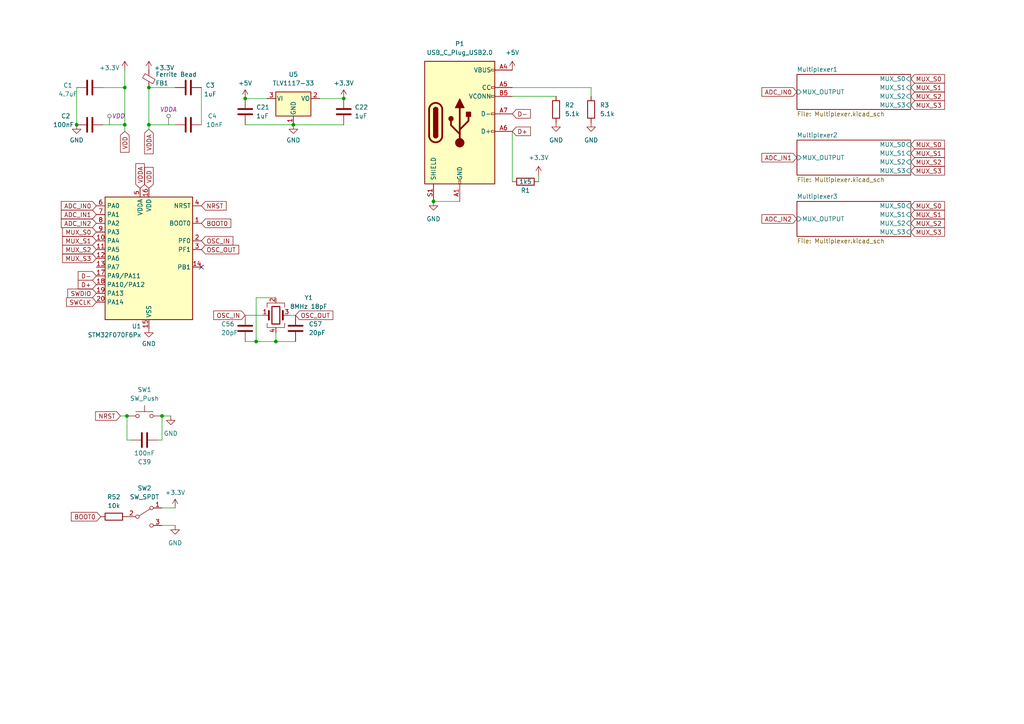
<source format=kicad_sch>
(kicad_sch (version 20230121) (generator eeschema)
  (paper "A4")
  (lib_symbols
    (symbol "Connector:USB_C_Plug_USB2.0" (pin_names (offset 1.016))
      (property "Reference" "P" (at -10.16 19.05 0))
      (property "Value" "USB_C_Plug_USB2.0" (at 12.7 19.05 0))
      (symbol "USB_C_Plug_USB2.0_0_0"
        (rectangle (start -0.254 -17.78) (end 0.254 -16.764))
        (rectangle (start 10.16 -2.286) (end 9.144 -2.794))
        (rectangle (start 10.16 2.794) (end 9.144 2.286))
        (rectangle (start 10.16 7.874) (end 9.144 7.366))
        (rectangle (start 10.16 10.414) (end 9.144 9.906))
        (rectangle (start 10.16 15.494) (end 9.144 14.986))
      )
      (symbol "USB_C_Plug_USB2.0_0_1"
        (rectangle (start -10.16 17.78) (end 10.16 -17.78) (stroke (width 0.254)) (fill (type background)))
        (arc (start -8.89 -3.81) (mid -6.985 -5.7067) (end -5.08 -3.81) (stroke (width 0.508)))
        (arc (start -7.62 -3.81) (mid -6.985 -4.4423) (end -6.35 -3.81) (stroke (width 0.254)))
        (arc (start -7.62 -3.81) (mid -6.985 -4.4423) (end -6.35 -3.81) (stroke (width 0.254)) (fill (type outline)))
        (rectangle (start -7.62 -3.81) (end -6.35 3.81) (stroke (width 0.254)) (fill (type outline)))
        (arc (start -6.35 3.81) (mid -6.985 4.4423) (end -7.62 3.81) (stroke (width 0.254)))
        (arc (start -6.35 3.81) (mid -6.985 4.4423) (end -7.62 3.81) (stroke (width 0.254)) (fill (type outline)))
        (arc (start -5.08 3.81) (mid -6.985 5.7067) (end -8.89 3.81) (stroke (width 0.508)))
        (circle (center -2.54 1.143) (radius 0.635) (stroke (width 0.254)) (fill (type outline)))
        (circle (center 0 -5.842) (radius 1.27) (fill (type outline)))
        (polyline (pts (xy -8.89 -3.81) (xy -8.89 3.81)) (stroke (width 0.508)))
        (polyline (pts (xy -5.08 3.81) (xy -5.08 -3.81)) (stroke (width 0.508)))
        (polyline (pts (xy 0 -5.842) (xy 0 4.318)) (stroke (width 0.508)))
        (polyline (pts (xy 0 -3.302) (xy -2.54 -0.762) (xy -2.54 0.508)) (stroke (width 0.508)))
        (polyline (pts (xy 0 -2.032) (xy 2.54 0.508) (xy 2.54 1.778)) (stroke (width 0.508)))
        (polyline (pts (xy -1.27 4.318) (xy 0 6.858) (xy 1.27 4.318) (xy -1.27 4.318)) (stroke (width 0.254)) (fill (type outline)))
        (rectangle (start 1.905 1.778) (end 3.175 3.048) (stroke (width 0.254)) (fill (type outline)))
      )
      (symbol "USB_C_Plug_USB2.0_1_1"
        (pin passive line (at 0 -22.86 90) (length 5.08) (name "GND") (number "A1"))
        (pin passive line (at 0 -22.86 90) (length 5.08) hide (name "GND") (number "A12"))
        (pin passive line (at 15.24 15.24 180) (length 5.08) (name "VBUS") (number "A4"))
        (pin bidirectional line (at 15.24 10.16 180) (length 5.08) (name "CC") (number "A5"))
        (pin bidirectional line (at 15.24 -2.54 180) (length 5.08) (name "D+") (number "A6"))
        (pin bidirectional line (at 15.24 2.54 180) (length 5.08) (name "D-") (number "A7"))
        (pin passive line (at 15.24 15.24 180) (length 5.08) hide (name "VBUS") (number "A9"))
        (pin passive line (at 0 -22.86 90) (length 5.08) hide (name "GND") (number "B1"))
        (pin passive line (at 0 -22.86 90) (length 5.08) hide (name "GND") (number "B12"))
        (pin passive line (at 15.24 15.24 180) (length 5.08) hide (name "VBUS") (number "B4"))
        (pin bidirectional line (at 15.24 7.62 180) (length 5.08) (name "VCONN") (number "B5"))
        (pin passive line (at 15.24 15.24 180) (length 5.08) hide (name "VBUS") (number "B9"))
        (pin passive line (at -7.62 -22.86 90) (length 5.08) (name "SHIELD") (number "S1"))
      )
    )
    (symbol "Device:C" (pin_numbers hide) (pin_names (offset 0.254))
      (property "Reference" "C" (at 0.635 2.54 0))
      (property "Value" "C" (at 0.635 -2.54 0))
      (symbol "C_0_1"
        (polyline (pts (xy -2.032 -0.762) (xy 2.032 -0.762)) (stroke (width 0.508)))
        (polyline (pts (xy -2.032 0.762) (xy 2.032 0.762)) (stroke (width 0.508)))
      )
      (symbol "C_1_1"
        (pin passive line (at 0 3.81 270) (length 2.794) (name "~") (number "1"))
        (pin passive line (at 0 -3.81 90) (length 2.794) (name "~") (number "2"))
      )
    )
    (symbol "Device:Crystal_GND24" (pin_names (offset 1.016) hide)
      (property "Reference" "Y" (at 3.175 5.08 0))
      (property "Value" "Crystal_GND24" (at 3.175 3.175 0))
      (symbol "Crystal_GND24_0_1"
        (rectangle (start -1.143 2.54) (end 1.143 -2.54) (stroke (width 0.3048)))
        (polyline (pts (xy -2.54 0) (xy -2.032 0)))
        (polyline (pts (xy -2.032 -1.27) (xy -2.032 1.27)) (stroke (width 0.508)))
        (polyline (pts (xy 0 -3.81) (xy 0 -3.556)))
        (polyline (pts (xy 0 3.556) (xy 0 3.81)))
        (polyline (pts (xy 2.032 -1.27) (xy 2.032 1.27)) (stroke (width 0.508)))
        (polyline (pts (xy 2.032 0) (xy 2.54 0)))
        (polyline (pts (xy -2.54 -2.286) (xy -2.54 -3.556) (xy 2.54 -3.556) (xy 2.54 -2.286)))
        (polyline (pts (xy -2.54 2.286) (xy -2.54 3.556) (xy 2.54 3.556) (xy 2.54 2.286)))
      )
      (symbol "Crystal_GND24_1_1"
        (pin passive line (at -3.81 0 0) (length 1.27) (name "1") (number "1"))
        (pin passive line (at 0 5.08 270) (length 1.27) (name "2") (number "2"))
        (pin passive line (at 3.81 0 180) (length 1.27) (name "3") (number "3"))
        (pin passive line (at 0 -5.08 90) (length 1.27) (name "4") (number "4"))
      )
    )
    (symbol "Device:FerriteBead_Small" (pin_numbers hide) (pin_names (offset 0))
      (property "Reference" "FB" (at 1.905 1.27 0))
      (property "Value" "FerriteBead_Small" (at 1.905 -1.27 0))
      (symbol "FerriteBead_Small_0_1"
        (polyline (pts (xy 0 -1.27) (xy 0 -0.7874)))
        (polyline (pts (xy 0 0.889) (xy 0 1.2954)))
        (polyline (pts (xy -1.8288 0.2794) (xy -1.1176 1.4986) (xy 1.8288 -0.2032) (xy 1.1176 -1.4224) (xy -1.8288 0.2794)))
      )
      (symbol "FerriteBead_Small_1_1"
        (pin passive line (at 0 2.54 270) (length 1.27) (name "~") (number "1"))
        (pin passive line (at 0 -2.54 90) (length 1.27) (name "~") (number "2"))
      )
    )
    (symbol "Device:R" (pin_numbers hide) (pin_names (offset 0))
      (property "Reference" "R" (at 2.032 0 90))
      (property "Value" "R" (at 0 0 90))
      (symbol "R_0_1"
        (rectangle (start -1.016 -2.54) (end 1.016 2.54) (stroke (width 0.254)))
      )
      (symbol "R_1_1"
        (pin passive line (at 0 3.81 270) (length 1.27) (name "~") (number "1"))
        (pin passive line (at 0 -3.81 90) (length 1.27) (name "~") (number "2"))
      )
    )
    (symbol "MCU_ST_STM32F0:STM32F070F6Px"
      (property "Reference" "U" (at -12.7 19.05 0))
      (property "Value" "STM32F070F6Px" (at 5.08 19.05 0))
      (symbol "STM32F070F6Px_0_1"
        (rectangle (start -12.7 -17.78) (end 12.7 17.78) (stroke (width 0.254)) (fill (type background)))
      )
      (symbol "STM32F070F6Px_1_1"
        (pin input line (at -15.24 10.16 0) (length 2.54) (name "BOOT0") (number "1"))
        (pin bidirectional line (at 15.24 5.08 180) (length 2.54) (name "PA4") (number "10"))
        (pin bidirectional line (at 15.24 2.54 180) (length 2.54) (name "PA5") (number "11"))
        (pin bidirectional line (at 15.24 0 180) (length 2.54) (name "PA6") (number "12"))
        (pin bidirectional line (at 15.24 -2.54 180) (length 2.54) (name "PA7") (number "13"))
        (pin bidirectional line (at -15.24 -2.54 0) (length 2.54) (name "PB1") (number "14"))
        (pin power_in line (at 0 -20.32 90) (length 2.54) (name "VSS") (number "15"))
        (pin power_in line (at 0 20.32 270) (length 2.54) (name "VDD") (number "16"))
        (pin bidirectional line (at 15.24 -5.08 180) (length 2.54) (name "PA9/PA11") (number "17"))
        (pin bidirectional line (at 15.24 -7.62 180) (length 2.54) (name "PA10/PA12") (number "18"))
        (pin bidirectional line (at 15.24 -10.16 180) (length 2.54) (name "PA13") (number "19"))
        (pin bidirectional line (at -15.24 5.08 0) (length 2.54) (name "PF0") (number "2"))
        (pin bidirectional line (at 15.24 -12.7 180) (length 2.54) (name "PA14") (number "20"))
        (pin bidirectional line (at -15.24 2.54 0) (length 2.54) (name "PF1") (number "3"))
        (pin input line (at -15.24 15.24 0) (length 2.54) (name "NRST") (number "4"))
        (pin power_in line (at 2.54 20.32 270) (length 2.54) (name "VDDA") (number "5"))
        (pin bidirectional line (at 15.24 15.24 180) (length 2.54) (name "PA0") (number "6"))
        (pin bidirectional line (at 15.24 12.7 180) (length 2.54) (name "PA1") (number "7"))
        (pin bidirectional line (at 15.24 10.16 180) (length 2.54) (name "PA2") (number "8"))
        (pin bidirectional line (at 15.24 7.62 180) (length 2.54) (name "PA3") (number "9"))
      )
    )
    (symbol "Regulator_Linear:TLV1117-33" (pin_names (offset 0.254))
      (property "Reference" "U" (at -3.81 3.175 0))
      (property "Value" "TLV1117-33" (at 0 3.175 0))
      (symbol "TLV1117-33_0_1"
        (rectangle (start -5.08 -5.08) (end 5.08 1.905) (stroke (width 0.254)) (fill (type background)))
      )
      (symbol "TLV1117-33_1_1"
        (pin power_in line (at 0 -7.62 90) (length 2.54) (name "GND") (number "1"))
        (pin power_out line (at 7.62 0 180) (length 2.54) (name "VO") (number "2"))
        (pin power_in line (at -7.62 0 0) (length 2.54) (name "VI") (number "3"))
      )
    )
    (symbol "Switch:SW_Push" (pin_numbers hide) (pin_names (offset 1.016) hide)
      (property "Reference" "SW" (at 1.27 2.54 0))
      (property "Value" "SW_Push" (at 0 -1.524 0))
      (symbol "SW_Push_0_1"
        (circle (center -2.032 0) (radius 0.508))
        (polyline (pts (xy 0 1.27) (xy 0 3.048)))
        (polyline (pts (xy 2.54 1.27) (xy -2.54 1.27)))
        (circle (center 2.032 0) (radius 0.508))
        (pin passive line (at -5.08 0 0) (length 2.54) (name "1") (number "1"))
        (pin passive line (at 5.08 0 180) (length 2.54) (name "2") (number "2"))
      )
    )
    (symbol "Switch:SW_SPDT" (pin_names (offset 0) hide)
      (property "Reference" "SW" (at 0 4.318 0))
      (property "Value" "SW_SPDT" (at 0 -5.08 0))
      (symbol "SW_SPDT_0_0"
        (circle (center -2.032 0) (radius 0.508))
        (circle (center 2.032 -2.54) (radius 0.508))
      )
      (symbol "SW_SPDT_0_1"
        (polyline (pts (xy -1.524 0.254) (xy 1.651 2.286)))
        (circle (center 2.032 2.54) (radius 0.508))
      )
      (symbol "SW_SPDT_1_1"
        (pin passive line (at 5.08 2.54 180) (length 2.54) (name "A") (number "1"))
        (pin passive line (at -5.08 0 0) (length 2.54) (name "B") (number "2"))
        (pin passive line (at 5.08 -2.54 180) (length 2.54) (name "C") (number "3"))
      )
    )
    (symbol "power:+3.3V" (power) (pin_names (offset 0))
      (property "Value" "+3.3V" (at 0 3.556 0))
      (symbol "+3.3V_0_1"
        (polyline (pts (xy -0.762 1.27) (xy 0 2.54)))
        (polyline (pts (xy 0 0) (xy 0 2.54)))
        (polyline (pts (xy 0 2.54) (xy 0.762 1.27)))
      )
      (symbol "+3.3V_1_1"
        (pin power_in line (at 0 0 90) (length 0) hide (name "+3.3V") (number "1"))
      )
    )
    (symbol "power:+5V" (power) (pin_names (offset 0))
      (property "Value" "+5V" (at 0 3.556 0))
      (symbol "+5V_0_1"
        (polyline (pts (xy -0.762 1.27) (xy 0 2.54)))
        (polyline (pts (xy 0 0) (xy 0 2.54)))
        (polyline (pts (xy 0 2.54) (xy 0.762 1.27)))
      )
      (symbol "+5V_1_1"
        (pin power_in line (at 0 0 90) (length 0) hide (name "+5V") (number "1"))
      )
    )
    (symbol "power:GND" (power) (pin_names (offset 0))
      (property "Value" "GND" (at 0 -3.81 0))
      (symbol "GND_0_1"
        (polyline (pts (xy 0 0) (xy 0 -1.27) (xy 1.27 -1.27) (xy 0 -2.54) (xy -1.27 -1.27) (xy 0 -1.27)))
      )
      (symbol "GND_1_1"
        (pin power_in line (at 0 0 270) (length 0) hide (name "GND") (number "1"))
      )
    )
  )
  (junction (at 80.01 99.06))
  (junction (at 74.295 99.06))
  (junction (at 85.09 36.195))
  (junction (at 71.12 28.575))
  (junction (at 43.18 36.195))
  (junction (at 22.225 36.195))
  (junction (at 125.73 58.42))
  (junction (at 43.18 25.4))
  (junction (at 36.83 120.65))
  (junction (at 36.195 25.4))
  (junction (at 99.695 28.575))
  (junction (at 36.195 36.195))
  (junction (at 46.99 120.65))
  (no_connect (at 58.42 77.47))
  (wire (pts (xy 36.195 36.195) (xy 36.195 38.1)))
  (wire (pts (xy 80.01 99.06) (xy 74.295 99.06)))
  (wire (pts (xy 46.99 120.65) (xy 49.53 120.65)))
  (wire (pts (xy 83.82 91.44) (xy 85.725 91.44)))
  (wire (pts (xy 34.925 120.65) (xy 36.83 120.65)))
  (wire (pts (xy 29.845 25.4) (xy 36.195 25.4)))
  (wire (pts (xy 80.01 86.36) (xy 74.295 86.36)))
  (wire (pts (xy 74.295 99.06) (xy 71.12 99.06)))
  (wire (pts (xy 156.21 50.8) (xy 156.21 52.705)))
  (wire (pts (xy 38.1 127.635) (xy 36.83 127.635)))
  (wire (pts (xy 148.59 25.4) (xy 171.45 25.4)))
  (wire (pts (xy 74.295 86.36) (xy 74.295 99.06)))
  (wire (pts (xy 43.18 25.4) (xy 50.8 25.4)))
  (wire (pts (xy 36.195 20.32) (xy 36.195 25.4)))
  (wire (pts (xy 171.45 27.94) (xy 171.45 25.4)))
  (wire (pts (xy 71.12 36.195) (xy 85.09 36.195)))
  (wire (pts (xy 71.12 28.575) (xy 77.47 28.575)))
  (wire (pts (xy 45.72 127.635) (xy 46.99 127.635)))
  (wire (pts (xy 46.99 147.32) (xy 50.8 147.32)))
  (wire (pts (xy 125.73 58.42) (xy 133.35 58.42)))
  (wire (pts (xy 43.18 36.195) (xy 50.8 36.195)))
  (wire (pts (xy 36.195 36.195) (xy 29.845 36.195)))
  (wire (pts (xy 43.18 36.195) (xy 43.18 37.465)))
  (wire (pts (xy 85.09 36.195) (xy 99.695 36.195)))
  (wire (pts (xy 36.83 120.65) (xy 36.83 127.635)))
  (wire (pts (xy 76.2 91.44) (xy 71.12 91.44)))
  (wire (pts (xy 46.99 120.65) (xy 46.99 127.635)))
  (wire (pts (xy 46.99 152.4) (xy 50.8 152.4)))
  (wire (pts (xy 22.225 25.4) (xy 22.225 36.195)))
  (wire (pts (xy 43.18 25.4) (xy 43.18 36.195)))
  (wire (pts (xy 92.71 28.575) (xy 99.695 28.575)))
  (wire (pts (xy 148.59 27.94) (xy 161.29 27.94)))
  (wire (pts (xy 80.01 99.06) (xy 85.725 99.06)))
  (wire (pts (xy 148.59 38.1) (xy 148.59 52.705)))
  (wire (pts (xy 80.01 96.52) (xy 80.01 99.06)))
  (wire (pts (xy 36.195 25.4) (xy 36.195 36.195)))
  (wire (pts (xy 58.42 25.4) (xy 58.42 36.195)))
  (text "Planning on breaking out the SWCLK/SWDIO pins \nto just SMD pads and holding wires down to them\nin order to flash/debug" (at -51.435 90.17 0) (effects (font (size 1.27 1.27)) (justify left bottom)))
  (global_label "OSC_IN" (shape input) (at 58.42 69.85 0) (property "Intersheetrefs" "${INTERSHEET_REFS}" (effects hide)))
  (global_label "MUX_S2" (shape input) (at 264.16 64.77 0) (property "Intersheetrefs" "${INTERSHEET_REFS}" (effects hide)))
  (global_label "MUX_S3" (shape input) (at 264.16 49.53 0) (property "Intersheetrefs" "${INTERSHEET_REFS}" (effects hide)))
  (global_label "MUX_S0" (shape input) (at 264.16 41.91 0) (property "Intersheetrefs" "${INTERSHEET_REFS}" (effects hide)))
  (global_label "MUX_S3" (shape input) (at 264.16 67.31 0) (property "Intersheetrefs" "${INTERSHEET_REFS}" (effects hide)))
  (global_label "MUX_S3" (shape input) (at 264.16 30.48 0) (property "Intersheetrefs" "${INTERSHEET_REFS}" (effects hide)))
  (global_label "VDDA" (shape input) (at 40.64 54.61 90) (property "Intersheetrefs" "${INTERSHEET_REFS}" (effects hide)))
  (global_label "VDDA" (shape input) (at 43.18 37.465 270) (property "Intersheetrefs" "${INTERSHEET_REFS}" (effects hide)))
  (global_label "OSC_OUT" (shape input) (at 85.725 91.44 0) (property "Intersheetrefs" "${INTERSHEET_REFS}" (effects hide)))
  (global_label "MUX_S2" (shape input) (at 27.94 72.39 180) (property "Intersheetrefs" "${INTERSHEET_REFS}" (effects hide)))
  (global_label "MUX_S1" (shape input) (at 264.16 44.45 0) (property "Intersheetrefs" "${INTERSHEET_REFS}" (effects hide)))
  (global_label "SWDIO" (shape input) (at 27.94 85.09 180) (property "Intersheetrefs" "${INTERSHEET_REFS}" (effects hide)))
  (global_label "SWCLK" (shape input) (at 27.94 87.63 180) (property "Intersheetrefs" "${INTERSHEET_REFS}" (effects hide)))
  (global_label "BOOT0" (shape input) (at 58.42 64.77 0) (property "Intersheetrefs" "${INTERSHEET_REFS}" (effects hide)))
  (global_label "MUX_S2" (shape input) (at 264.16 46.99 0) (property "Intersheetrefs" "${INTERSHEET_REFS}" (effects hide)))
  (global_label "MUX_S0" (shape input) (at 264.16 59.69 0) (property "Intersheetrefs" "${INTERSHEET_REFS}" (effects hide)))
  (global_label "MUX_S0" (shape input) (at 264.16 22.86 0) (property "Intersheetrefs" "${INTERSHEET_REFS}" (effects hide)))
  (global_label "MUX_S1" (shape input) (at 27.94 69.85 180) (property "Intersheetrefs" "${INTERSHEET_REFS}" (effects hide)))
  (global_label "ADC_IN1" (shape input) (at 231.14 45.72 180) (property "Intersheetrefs" "${INTERSHEET_REFS}" (effects hide)))
  (global_label "NRST" (shape input) (at 58.42 59.69 0) (property "Intersheetrefs" "${INTERSHEET_REFS}" (effects hide)))
  (global_label "OSC_IN" (shape input) (at 71.12 91.44 180) (property "Intersheetrefs" "${INTERSHEET_REFS}" (effects hide)))
  (global_label "MUX_S1" (shape input) (at 264.16 25.4 0) (property "Intersheetrefs" "${INTERSHEET_REFS}" (effects hide)))
  (global_label "ADC_IN0" (shape input) (at 27.94 59.69 180) (property "Intersheetrefs" "${INTERSHEET_REFS}" (effects hide)))
  (global_label "D+" (shape input) (at 148.59 38.1 0) (property "Intersheetrefs" "${INTERSHEET_REFS}" (effects hide)))
  (global_label "D-" (shape input) (at 27.94 80.01 180) (property "Intersheetrefs" "${INTERSHEET_REFS}" (effects hide)))
  (global_label "MUX_S3" (shape input) (at 27.94 74.93 180) (property "Intersheetrefs" "${INTERSHEET_REFS}" (effects hide)))
  (global_label "ADC_IN1" (shape input) (at 27.94 62.23 180) (property "Intersheetrefs" "${INTERSHEET_REFS}" (effects hide)))
  (global_label "D+" (shape input) (at 27.94 82.55 180) (property "Intersheetrefs" "${INTERSHEET_REFS}" (effects hide)))
  (global_label "ADC_IN2" (shape input) (at 27.94 64.77 180) (property "Intersheetrefs" "${INTERSHEET_REFS}" (effects hide)))
  (global_label "ADC_IN0" (shape input) (at 231.14 26.67 180) (property "Intersheetrefs" "${INTERSHEET_REFS}" (effects hide)))
  (global_label "MUX_S1" (shape input) (at 264.16 62.23 0) (property "Intersheetrefs" "${INTERSHEET_REFS}" (effects hide)))
  (global_label "VDD" (shape input) (at 36.195 38.1 270) (property "Intersheetrefs" "${INTERSHEET_REFS}" (effects hide)))
  (global_label "VDD" (shape input) (at 43.18 54.61 90) (property "Intersheetrefs" "${INTERSHEET_REFS}" (effects hide)))
  (global_label "OSC_OUT" (shape input) (at 58.42 72.39 0) (property "Intersheetrefs" "${INTERSHEET_REFS}" (effects hide)))
  (global_label "MUX_S2" (shape input) (at 264.16 27.94 0) (property "Intersheetrefs" "${INTERSHEET_REFS}" (effects hide)))
  (global_label "NRST" (shape input) (at 34.925 120.65 180) (property "Intersheetrefs" "${INTERSHEET_REFS}" (effects hide)))
  (global_label "BOOT0" (shape input) (at 29.21 149.86 180) (property "Intersheetrefs" "${INTERSHEET_REFS}" (effects hide)))
  (global_label "ADC_IN2" (shape input) (at 231.14 63.5 180) (property "Intersheetrefs" "${INTERSHEET_REFS}" (effects hide)))
  (global_label "D-" (shape input) (at 148.59 33.02 0) (property "Intersheetrefs" "${INTERSHEET_REFS}" (effects hide)))
  (global_label "MUX_S0" (shape input) (at 27.94 67.31 180) (property "Intersheetrefs" "${INTERSHEET_REFS}" (effects hide)))
  (netclass_flag "" (length 2.54) (shape round) (at 31.75 36.195 0) (property "Netclass" "VDD" (at 32.4485 33.655 0) (effects (font italic) (justify left))))
  (netclass_flag "" (length 2.54) (shape round) (at 48.895 36.195 0) (property "Netclass" "VDDA" (at 46.355 31.75 0) (effects (font italic) (justify left))))
  (symbol (lib_id "Device:C") (at 71.12 95.25 0) (unit 1)
    (property "Reference" "C56" (at 64.135 93.98 0) (effects (justify left)))
    (property "Value" "20pF" (at 64.135 96.52 0) (effects (justify left)))
  )
  (symbol (lib_id "Device:R") (at 161.29 31.75 0) (unit 1)
    (property "Reference" "R2" (at 163.83 30.48 0) (effects (justify left)))
    (property "Value" "5.1k" (at 163.83 33.02 0) (effects (justify left)))
    (property "Footprint" "Resistor_SMD:R_0603_1608Metric_Pad0.98x0.95mm_HandSolder" (effects hide))
  )
  (symbol (lib_id "Device:C") (at 71.12 32.385 0) (unit 1)
    (property "Reference" "C21" (at 74.295 31.115 0) (effects (justify left)))
    (property "Value" "1uF" (at 74.295 33.655 0) (effects (justify left)))
  )
  (symbol (lib_id "Device:C") (at 26.035 36.195 270) (unit 1)
    (property "Reference" "C2" (at 19.05 33.655 90))
    (property "Value" "100nF" (at 18.415 36.195 90))
  )
  (symbol (lib_id "power:GND") (at 22.225 36.195 0) (unit 1)
    (property "Reference" "#PWR01" (effects hide))
    (property "Value" "GND" (at 22.225 40.64 0))
  )
  (symbol (lib_id "power:+3.3V") (at 50.8 147.32 0) (unit 1)
    (property "Reference" "#PWR0164" (effects hide))
    (property "Value" "+3.3V" (at 50.8 142.875 0))
  )
  (symbol (lib_id "Switch:SW_Push") (at 41.91 120.65 0) (unit 1)
    (property "Reference" "SW1" (at 41.91 113.03 0))
    (property "Value" "SW_Push" (at 41.91 115.57 0))
  )
  (symbol (lib_id "Device:C") (at 85.725 95.25 0) (unit 1)
    (property "Reference" "C57" (at 89.535 93.98 0) (effects (justify left)))
    (property "Value" "20pF" (at 89.535 96.52 0) (effects (justify left)))
  )
  (symbol (lib_id "power:+3.3V") (at 156.21 50.8 0) (unit 1)
    (property "Reference" "#PWR07" (effects hide))
    (property "Value" "+3.3V" (at 156.21 45.72 0))
  )
  (symbol (lib_id "Device:R") (at 33.02 149.86 90) (unit 1)
    (property "Reference" "R52" (at 33.02 144.145 90))
    (property "Value" "10k" (at 33.02 146.685 90))
  )
  (symbol (lib_id "Device:Crystal_GND24") (at 80.01 91.44 0) (unit 1)
    (property "Reference" "Y1" (at 89.535 86.36 0))
    (property "Value" "8MHz 18pF" (at 89.535 88.9 0))
  )
  (symbol (lib_id "power:GND") (at 49.53 120.65 0) (unit 1)
    (property "Reference" "#PWR0163" (effects hide))
    (property "Value" "GND" (at 49.53 125.73 0))
  )
  (symbol (lib_id "Device:C") (at 41.91 127.635 90) (unit 1)
    (property "Reference" "C39" (at 41.91 133.985 90))
    (property "Value" "100nF" (at 41.91 131.445 90))
  )
  (symbol (lib_id "Device:R") (at 171.45 31.75 0) (unit 1)
    (property "Reference" "R3" (at 173.99 30.48 0) (effects (justify left)))
    (property "Value" "5.1k" (at 173.99 33.02 0) (effects (justify left)))
    (property "Footprint" "Resistor_SMD:R_0603_1608Metric_Pad0.98x0.95mm_HandSolder" (effects hide))
  )
  (symbol (lib_id "power:GND") (at 50.8 152.4 0) (unit 1)
    (property "Reference" "#PWR0165" (effects hide))
    (property "Value" "GND" (at 50.8 157.48 0))
  )
  (symbol (lib_id "Device:C") (at 54.61 25.4 90) (mirror x) (unit 1)
    (property "Reference" "C3" (at 60.96 24.765 90))
    (property "Value" "1uF" (at 60.96 27.305 90))
  )
  (symbol (lib_id "power:GND") (at 171.45 35.56 0) (unit 1)
    (property "Reference" "#PWR09" (effects hide))
    (property "Value" "GND" (at 171.45 40.64 0))
  )
  (symbol (lib_id "Device:C") (at 99.695 32.385 0) (unit 1)
    (property "Reference" "C22" (at 102.87 31.115 0) (effects (justify left)))
    (property "Value" "1uF" (at 102.87 33.655 0) (effects (justify left)))
  )
  (symbol (lib_id "power:+5V") (at 71.12 28.575 0) (unit 1)
    (property "Reference" "#PWR059" (effects hide))
    (property "Value" "+5V" (at 71.12 24.13 0))
  )
  (symbol (lib_id "Connector:USB_C_Plug_USB2.0") (at 133.35 35.56 0) (unit 1)
    (property "Reference" "P1" (at 133.35 12.7 0))
    (property "Value" "USB_C_Plug_USB2.0" (at 133.35 15.24 0))
    (property "Footprint" "Connector_USB:USB_C_Receptacle_HRO_TYPE-C-31-M-12" (effects hide))
    (property "Datasheet" "https://www.usb.org/sites/default/files/documents/usb_type-c.zip" (effects hide))
  )
  (symbol (lib_id "Device:R") (at 152.4 52.705 90) (unit 1)
    (property "Reference" "R1" (at 152.4 55.245 90))
    (property "Value" "1k5" (at 152.4 52.705 90))
    (property "Footprint" "Resistor_SMD:R_0603_1608Metric_Pad0.98x0.95mm_HandSolder" (effects hide))
  )
  (symbol (lib_id "power:GND") (at 85.09 36.195 0) (unit 1)
    (property "Reference" "#PWR0112" (effects hide))
    (property "Value" "GND" (at 85.09 40.64 0))
  )
  (symbol (lib_id "Device:C") (at 26.035 25.4 270) (unit 1)
    (property "Reference" "C1" (at 19.685 24.765 90))
    (property "Value" "4.7uF" (at 19.685 27.305 90))
  )
  (symbol (lib_id "power:GND") (at 125.73 58.42 0) (unit 1)
    (property "Reference" "#PWR05" (effects hide))
    (property "Value" "GND" (at 125.73 63.5 0))
  )
  (symbol (lib_id "Device:FerriteBead_Small") (at 43.18 22.86 0) (unit 1)
    (property "Reference" "FB1" (at 45.085 24.13 0) (effects (justify left)))
    (property "Value" "Ferrite Bead" (at 45.085 21.59 0) (effects (justify left)))
  )
  (symbol (lib_id "Regulator_Linear:TLV1117-33") (at 85.09 28.575 0) (unit 1)
    (property "Reference" "U5" (at 85.09 21.59 0))
    (property "Value" "TLV1117-33" (at 85.09 24.13 0))
    (property "Datasheet" "http://www.ti.com/lit/ds/symlink/tlv1117.pdf" (effects hide))
  )
  (symbol (lib_id "Device:C") (at 54.61 36.195 90) (mirror x) (unit 1)
    (property "Reference" "C4" (at 61.595 33.655 90))
    (property "Value" "10nF" (at 62.23 36.195 90))
  )
  (symbol (lib_id "power:+3.3V") (at 43.18 20.32 0) (mirror y) (unit 1)
    (property "Reference" "#PWR03" (effects hide))
    (property "Value" "+3.3V" (at 47.625 19.685 0))
  )
  (symbol (lib_id "power:+3.3V") (at 99.695 28.575 0) (unit 1)
    (property "Reference" "#PWR061" (effects hide))
    (property "Value" "+3.3V" (at 99.695 24.13 0))
  )
  (symbol (lib_id "Switch:SW_SPDT") (at 41.91 149.86 0) (unit 1)
    (property "Reference" "SW2" (at 41.91 141.605 0))
    (property "Value" "SW_SPDT" (at 41.91 144.145 0))
  )
  (symbol (lib_id "power:+5V") (at 148.59 20.32 0) (unit 1)
    (property "Reference" "#PWR06" (effects hide))
    (property "Value" "+5V" (at 148.59 15.24 0))
  )
  (symbol (lib_id "MCU_ST_STM32F0:STM32F070F6Px") (at 43.18 74.93 0) (mirror y) (unit 1)
    (property "Reference" "U1" (at 40.9859 94.615 0) (effects (justify left)))
    (property "Value" "STM32F070F6Px" (at 40.9859 97.155 0) (effects (justify left)))
    (property "Footprint" "Package_SO:TSSOP-20_4.4x6.5mm_P0.65mm" (effects hide))
    (property "Datasheet" "https://www.st.com/resource/en/datasheet/stm32f070f6.pdf" (effects hide))
  )
  (symbol (lib_id "power:GND") (at 161.29 35.56 0) (unit 1)
    (property "Reference" "#PWR08" (effects hide))
    (property "Value" "GND" (at 161.29 40.64 0))
  )
  (symbol (lib_id "power:+3.3V") (at 36.195 20.32 0) (unit 1)
    (property "Reference" "#PWR02" (effects hide))
    (property "Value" "+3.3V" (at 31.75 19.685 0))
  )
  (symbol (lib_id "power:GND") (at 43.18 95.25 0) (mirror y) (unit 1)
    (property "Reference" "#PWR04" (effects hide))
    (property "Value" "GND" (at 43.18 99.695 0))
  )
  (sheet (at 231.14 40.64) (size 33.02 10.16) (stroke (width 0.1524))
    (property "Sheetname" "Multiplexer2" (at 231.14 39.9284 0) (effects (justify left bottom)))
    (property "Sheetfile" "Multiplexer.kicad_sch" (at 231.14 51.3846 0) (effects (justify left top)))
    (pin "MUX_S1" input (at 264.16 44.45 0))
    (pin "MUX_OUTPUT" input (at 231.14 45.72 180))
    (pin "MUX_S2" input (at 264.16 46.99 0))
    (pin "MUX_S0" input (at 264.16 41.91 0))
    (pin "MUX_S3" input (at 264.16 49.53 0))
  )
  (sheet (at 231.14 21.59) (size 33.02 10.16) (stroke (width 0.1524))
    (property "Sheetname" "Multiplexer1" (at 231.14 20.8784 0) (effects (justify left bottom)))
    (property "Sheetfile" "Multiplexer.kicad_sch" (at 231.14 32.3346 0) (effects (justify left top)))
    (pin "MUX_S1" input (at 264.16 25.4 0))
    (pin "MUX_OUTPUT" input (at 231.14 26.67 180))
    (pin "MUX_S2" input (at 264.16 27.94 0))
    (pin "MUX_S0" input (at 264.16 22.86 0))
    (pin "MUX_S3" input (at 264.16 30.48 0))
  )
  (sheet (at 231.14 58.42) (size 33.02 10.16) (stroke (width 0.1524))
    (property "Sheetname" "Multiplexer3" (at 231.14 57.7084 0) (effects (justify left bottom)))
    (property "Sheetfile" "Multiplexer.kicad_sch" (at 231.14 69.1646 0) (effects (justify left top)))
    (pin "MUX_S1" input (at 264.16 62.23 0))
    (pin "MUX_OUTPUT" input (at 231.14 63.5 180))
    (pin "MUX_S2" input (at 264.16 64.77 0))
    (pin "MUX_S0" input (at 264.16 59.69 0))
    (pin "MUX_S3" input (at 264.16 67.31 0))
  )
)
</source>
